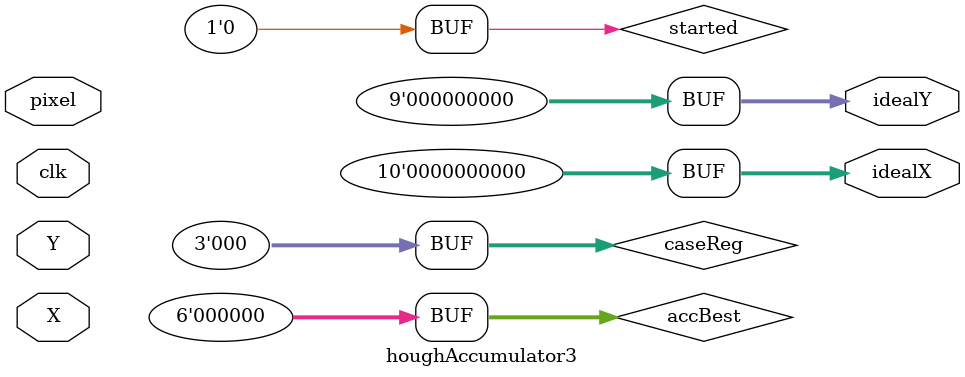
<source format=v>
`timescale 1ns / 1ps


module houghAccumulator3(
    input clk, 
    input [9:0] X,
    input [8:0] Y,
    input [3:0] pixel,
    output reg [9:0] idealX,
    output reg [8:0] idealY
);


    parameter TOTAL_LENGTH = 400*600;
    parameter RADIUS = 100;
    parameter ROW_LENGTH = 450;//600;
    parameter COL_LENGTH = 290;//400; 
    parameter COL_BIAS = 95;
    parameter ROW_BIAS = 95;
    parameter MUL_CST = 2;
    
    
    reg started = 1'b0;
    reg [2:0] caseReg = 2'b00;
    reg [9:0] X_reg;
    reg [8:0] Y_reg;
    
     // variables for reading from BRAM
    reg [17:0] outAddress;
    wire [3:0] outputPixel;
    
    // variables for writing to BRAM
    reg [17:0] inAddress;
    reg [3:0] inputPixel;
    
    // temp Values
    reg [5:0] accBest = 0;
    reg [5:0] accTemp;   
    
    
    
        // bram to store the accumulator
    //450x290
 bram3 accumulator(
        .clka(clk),
        .clkb(clk),
        .addra(inAddress),
        .addrb(outAddress),
        .dina(inputPixel),
        .dinb(),
        .ena(1'b1),
        .enb(1'b1),
        .wea(started),
        .doutb(outputPixel),
        .douta(),
        .web()        
    );
    
    
    initial begin
        idealX <= 0;
        idealY <= 0;
    end
    
    
    always@(posedge clk)
    begin
         
    end
    
    


endmodule

</source>
